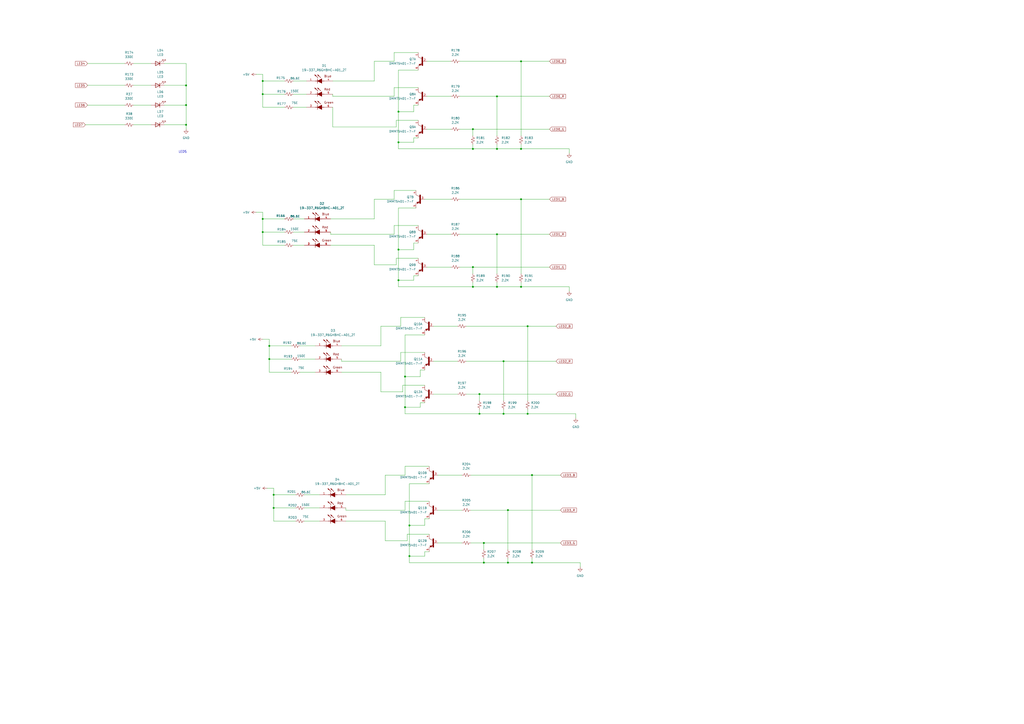
<source format=kicad_sch>
(kicad_sch (version 20250114) (generator "eeschema") (generator_version "9.0")
  (paper "A2")
  (lib_symbols
    (symbol "19-337_R6GHBHC-A01_2T:19-337_R6GHBHC-A01_2T" (pin_names (offset 1.016))
      (property "Reference" "D" (at -3.8143 12.7144 0))
      (property "Value" "19-337_R6GHBHC-A01_2T" (at -3.8128 -11.4383 0))
      (symbol "19-337_R6GHBHC-A01_2T_0_0"
        (text "Red" (at 2.541 2.0328 0) (effects (font (size 1.2705 1.2705)) (justify left bottom)))
        (text "Blue" (at 2.5442 9.6681 0) (effects (font (size 1.2721 1.2721)) (justify left bottom)))
        (text "Green" (at 2.5451 -5.5991 0) (effects (font (size 1.2725 1.2725)) (justify left bottom)))
        (pin passive line (at -7.62 7.62 0) (length 5.08) (name "~") (number "1"))
        (pin passive line (at -7.62 0 0) (length 5.08) (name "~") (number "2"))
        (pin passive line (at -7.62 -7.62 0) (length 5.08) (name "~") (number "3"))
        (pin passive line (at 7.62 7.62 180) (length 5.08) (name "~") (number "4"))
        (pin passive line (at 7.62 0 180) (length 5.08) (name "~") (number "5"))
        (pin passive line (at 7.62 -7.62 180) (length 5.08) (name "~") (number "6"))
      )
    )
    (symbol "DMMT5401-7-F:DMMT5401-7-F" (pin_names (offset 1.016))
      (property "Reference" "Q" (at -10.1838 5.0979 0))
      (property "Value" "DMMT5401-7-F" (at -10.1947 -7.6027 0))
      (symbol "DMMT5401-7-F_1_0"
        (pin passive line (at -2.54 0 0) (length 2.54) (name "~") (number "2"))
        (pin passive line (at 2.54 5.08 270) (length 2.54) (name "~") (number "6"))
        (pin passive line (at 2.54 -5.08 90) (length 2.54) (name "~") (number "1"))
      )
      (symbol "DMMT5401-7-F_2_0"
        (pin passive line (at -2.54 0 0) (length 2.54) (name "~") (number "3"))
        (pin passive line (at 2.54 5.08 270) (length 2.54) (name "~") (number "5"))
        (pin passive line (at 2.54 -5.08 90) (length 2.54) (name "~") (number "4"))
      )
    )
    (symbol "Device:LED" (pin_numbers (hide yes)) (pin_names (offset 1.016) (hide yes))
      (property "Reference" "D" (at 0 2.54 0))
      (property "Value" "LED" (at 0 -2.54 0))
      (symbol "LED_1_1"
        (pin passive line (at -3.81 0 0) (length 2.54) (name "K") (number "1"))
        (pin passive line (at 3.81 0 180) (length 2.54) (name "A") (number "2"))
      )
    )
    (symbol "Device:R_Small_US" (pin_numbers (hide yes)) (pin_names (offset 0.254) (hide yes))
      (property "Reference" "R" (at 0.762 0.508 0))
      (property "Value" "R_Small_US" (at 0.762 -1.016 0))
      (symbol "R_Small_US_1_1"
        (pin passive line (at 0 2.54 270) (length 1.016) (name "~") (number "1"))
        (pin passive line (at 0 -2.54 90) (length 1.016) (name "~") (number "2"))
      )
    )
    (symbol "GND_1" (power) (pin_numbers (hide yes)) (pin_names (offset 0) (hide yes))
      (property "Value" "GND" (at 0 -3.81 0))
      (symbol "GND_1_1_1"
        (pin power_in line (at 0 0 270) (length 0) (name "~") (number "1"))
      )
    )
    (symbol "GND_2" (power) (pin_numbers (hide yes)) (pin_names (offset 0) (hide yes))
      (property "Value" "GND" (at 0 -3.81 0))
      (symbol "GND_2_1_1"
        (pin power_in line (at 0 0 270) (length 0) (name "~") (number "1"))
      )
    )
    (symbol "GND_3" (power) (pin_numbers (hide yes)) (pin_names (offset 0) (hide yes))
      (property "Value" "GND" (at 0 -3.81 0))
      (symbol "GND_3_1_1"
        (pin power_in line (at 0 0 270) (length 0) (name "~") (number "1"))
      )
    )
    (symbol "GND_4" (power) (pin_numbers (hide yes)) (pin_names (offset 0) (hide yes))
      (property "Value" "GND" (at 0 -3.81 0))
      (symbol "GND_4_1_1"
        (pin power_in line (at 0 0 270) (length 0) (name "~") (number "1"))
      )
    )
    (symbol "GND_5" (power) (pin_numbers (hide yes)) (pin_names (offset 0) (hide yes))
      (property "Value" "GND" (at 0 -3.81 0))
      (symbol "GND_5_1_1"
        (pin power_in line (at 0 0 270) (length 0) (name "~") (number "1"))
      )
    )
    (symbol "power:+5V" (power) (pin_numbers (hide yes)) (pin_names (offset 0) (hide yes))
      (property "Value" "+5V" (at 0 3.556 0))
      (symbol "+5V_1_1"
        (pin power_in line (at 0 0 90) (length 0) (name "~") (number "1"))
      )
    )
  )
  (text "LEDS\n" (at 103.505 88.9 0) (effects (font (size 1.27 1.27)) (justify left bottom)))
  (junction (at 156.21 200.66))
  (junction (at 152.4 46.99))
  (junction (at 302.26 166.37))
  (junction (at 280.67 326.39))
  (junction (at 237.49 304.8))
  (junction (at 278.13 228.6))
  (junction (at 308.61 326.39))
  (junction (at 274.32 86.36))
  (junction (at 237.49 322.58))
  (junction (at 231.14 82.55))
  (junction (at 288.29 55.88))
  (junction (at 308.61 275.59))
  (junction (at 294.64 326.39))
  (junction (at 234.95 218.44))
  (junction (at 292.1 209.55))
  (junction (at 158.75 287.02))
  (junction (at 152.4 54.61))
  (junction (at 107.95 49.53))
  (junction (at 152.4 134.62))
  (junction (at 302.26 115.57))
  (junction (at 278.13 240.03))
  (junction (at 231.14 144.78))
  (junction (at 302.26 86.36))
  (junction (at 288.29 135.89))
  (junction (at 107.95 72.39))
  (junction (at 274.32 154.94))
  (junction (at 156.21 208.28))
  (junction (at 302.26 35.56))
  (junction (at 288.29 86.36))
  (junction (at 306.07 189.23))
  (junction (at 152.4 127))
  (junction (at 107.95 60.96))
  (junction (at 288.29 166.37))
  (junction (at 234.95 236.22))
  (junction (at 280.67 314.96))
  (junction (at 274.32 74.93))
  (junction (at 292.1 240.03))
  (junction (at 158.75 294.64))
  (junction (at 306.07 240.03))
  (junction (at 231.14 64.77))
  (junction (at 274.32 166.37))
  (junction (at 231.14 162.56))
  (junction (at 294.64 295.91))
  (wire (pts (xy 234.95 218.44) (xy 234.95 236.22)))
  (wire (pts (xy 308.61 275.59) (xy 325.12 275.59)))
  (wire (pts (xy 274.32 154.94) (xy 318.77 154.94)))
  (wire (pts (xy 302.26 163.83) (xy 302.26 166.37)))
  (wire (pts (xy 237.49 322.58) (xy 237.49 326.39)))
  (wire (pts (xy 148.59 123.19) (xy 152.4 123.19)))
  (wire (pts (xy 158.75 294.64) (xy 158.75 302.26)))
  (wire (pts (xy 229.87 153.67) (xy 229.87 149.86)))
  (wire (pts (xy 107.95 49.53) (xy 107.95 60.96)))
  (wire (pts (xy 280.67 326.39) (xy 294.64 326.39)))
  (wire (pts (xy 274.32 74.93) (xy 274.32 78.74)))
  (wire (pts (xy 266.7 55.88) (xy 288.29 55.88)))
  (wire (pts (xy 274.32 166.37) (xy 288.29 166.37)))
  (wire (pts (xy 176.53 287.02) (xy 185.42 287.02)))
  (wire (pts (xy 240.03 162.56) (xy 231.14 162.56)))
  (wire (pts (xy 171.45 302.26) (xy 158.75 302.26)))
  (wire (pts (xy 302.26 86.36) (xy 330.2 86.36)))
  (wire (pts (xy 254 295.91) (xy 267.97 295.91)))
  (wire (pts (xy 336.55 326.39) (xy 336.55 328.93)))
  (wire (pts (xy 288.29 78.74) (xy 288.29 55.88)))
  (wire (pts (xy 270.51 189.23) (xy 306.07 189.23)))
  (wire (pts (xy 240.03 140.97) (xy 242.57 140.97)))
  (wire (pts (xy 220.98 200.66) (xy 220.98 189.23)))
  (wire (pts (xy 173.99 208.28) (xy 182.88 208.28)))
  (wire (pts (xy 220.98 227.33) (xy 233.68 227.33)))
  (wire (pts (xy 217.17 142.24) (xy 217.17 153.67)))
  (wire (pts (xy 234.95 290.83) (xy 248.92 290.83)))
  (wire (pts (xy 191.77 142.24) (xy 217.17 142.24)))
  (wire (pts (xy 193.04 73.66) (xy 229.87 73.66)))
  (wire (pts (xy 152.4 134.62) (xy 152.4 142.24)))
  (wire (pts (xy 280.67 323.85) (xy 280.67 326.39)))
  (wire (pts (xy 217.17 35.56) (xy 228.6 35.56)))
  (wire (pts (xy 274.32 83.82) (xy 274.32 86.36)))
  (wire (pts (xy 158.75 287.02) (xy 158.75 294.64)))
  (wire (pts (xy 246.38 320.04) (xy 248.92 320.04)))
  (wire (pts (xy 294.64 323.85) (xy 294.64 326.39)))
  (wire (pts (xy 308.61 326.39) (xy 336.55 326.39)))
  (wire (pts (xy 302.26 158.75) (xy 302.26 115.57)))
  (wire (pts (xy 217.17 46.99) (xy 217.17 35.56)))
  (wire (pts (xy 308.61 318.77) (xy 308.61 275.59)))
  (wire (pts (xy 243.84 214.63) (xy 246.38 214.63)))
  (wire (pts (xy 234.95 290.83) (xy 234.95 295.91)))
  (wire (pts (xy 246.38 115.57) (xy 261.62 115.57)))
  (wire (pts (xy 251.46 189.23) (xy 265.43 189.23)))
  (wire (pts (xy 50.8 36.83) (xy 72.39 36.83)))
  (wire (pts (xy 231.14 120.65) (xy 241.3 120.65)))
  (wire (pts (xy 288.29 135.89) (xy 318.77 135.89)))
  (wire (pts (xy 152.4 46.99) (xy 152.4 54.61)))
  (wire (pts (xy 229.87 73.66) (xy 229.87 69.85)))
  (wire (pts (xy 173.99 200.66) (xy 182.88 200.66)))
  (wire (pts (xy 288.29 86.36) (xy 302.26 86.36)))
  (wire (pts (xy 270.51 228.6) (xy 278.13 228.6)))
  (wire (pts (xy 152.4 196.85) (xy 156.21 196.85)))
  (wire (pts (xy 223.52 287.02) (xy 223.52 275.59)))
  (wire (pts (xy 266.7 135.89) (xy 288.29 135.89)))
  (wire (pts (xy 240.03 144.78) (xy 231.14 144.78)))
  (wire (pts (xy 246.38 300.99) (xy 246.38 304.8)))
  (wire (pts (xy 95.25 49.53) (xy 107.95 49.53)))
  (wire (pts (xy 231.14 120.65) (xy 231.14 144.78)))
  (wire (pts (xy 107.95 36.83) (xy 107.95 49.53)))
  (wire (pts (xy 294.64 318.77) (xy 294.64 295.91)))
  (wire (pts (xy 288.29 163.83) (xy 288.29 166.37)))
  (wire (pts (xy 292.1 240.03) (xy 306.07 240.03)))
  (wire (pts (xy 247.65 154.94) (xy 261.62 154.94)))
  (wire (pts (xy 170.18 62.23) (xy 177.8 62.23)))
  (wire (pts (xy 237.49 326.39) (xy 280.67 326.39)))
  (wire (pts (xy 232.41 204.47) (xy 246.38 204.47)))
  (wire (pts (xy 176.53 302.26) (xy 185.42 302.26)))
  (wire (pts (xy 292.1 209.55) (xy 322.58 209.55)))
  (wire (pts (xy 246.38 304.8) (xy 237.49 304.8)))
  (wire (pts (xy 240.03 82.55) (xy 231.14 82.55)))
  (wire (pts (xy 228.6 50.8) (xy 242.57 50.8)))
  (wire (pts (xy 152.4 54.61) (xy 165.1 54.61)))
  (wire (pts (xy 288.29 55.88) (xy 318.77 55.88)))
  (wire (pts (xy 220.98 189.23) (xy 232.41 189.23)))
  (wire (pts (xy 288.29 83.82) (xy 288.29 86.36)))
  (wire (pts (xy 236.22 313.69) (xy 236.22 309.88)))
  (wire (pts (xy 152.4 142.24) (xy 165.1 142.24)))
  (wire (pts (xy 243.84 236.22) (xy 234.95 236.22)))
  (wire (pts (xy 240.03 60.96) (xy 240.03 64.77)))
  (wire (pts (xy 200.66 294.64) (xy 200.66 295.91)))
  (wire (pts (xy 243.84 214.63) (xy 243.84 218.44)))
  (wire (pts (xy 231.14 144.78) (xy 231.14 162.56)))
  (wire (pts (xy 234.95 275.59) (xy 234.95 270.51)))
  (wire (pts (xy 77.47 72.39) (xy 87.63 72.39)))
  (wire (pts (xy 236.22 309.88) (xy 248.92 309.88)))
  (wire (pts (xy 292.1 232.41) (xy 292.1 209.55)))
  (wire (pts (xy 223.52 302.26) (xy 223.52 313.69)))
  (wire (pts (xy 234.95 194.31) (xy 234.95 218.44)))
  (wire (pts (xy 77.47 49.53) (xy 87.63 49.53)))
  (wire (pts (xy 156.21 208.28) (xy 156.21 215.9)))
  (wire (pts (xy 220.98 215.9) (xy 220.98 227.33)))
  (wire (pts (xy 251.46 209.55) (xy 265.43 209.55)))
  (wire (pts (xy 302.26 35.56) (xy 318.77 35.56)))
  (wire (pts (xy 254 314.96) (xy 267.97 314.96)))
  (wire (pts (xy 243.84 233.68) (xy 246.38 233.68)))
  (wire (pts (xy 240.03 64.77) (xy 231.14 64.77)))
  (wire (pts (xy 266.7 74.93) (xy 274.32 74.93)))
  (wire (pts (xy 158.75 287.02) (xy 171.45 287.02)))
  (wire (pts (xy 152.4 54.61) (xy 152.4 62.23)))
  (wire (pts (xy 330.2 166.37) (xy 330.2 168.91)))
  (wire (pts (xy 237.49 304.8) (xy 237.49 322.58)))
  (wire (pts (xy 50.8 60.96) (xy 72.39 60.96)))
  (wire (pts (xy 270.51 209.55) (xy 292.1 209.55)))
  (wire (pts (xy 217.17 127) (xy 217.17 115.57)))
  (wire (pts (xy 302.26 83.82) (xy 302.26 86.36)))
  (wire (pts (xy 156.21 200.66) (xy 156.21 208.28)))
  (wire (pts (xy 228.6 130.81) (xy 242.57 130.81)))
  (wire (pts (xy 223.52 275.59) (xy 234.95 275.59)))
  (wire (pts (xy 198.12 215.9) (xy 220.98 215.9)))
  (wire (pts (xy 152.4 46.99) (xy 165.1 46.99)))
  (wire (pts (xy 95.25 36.83) (xy 107.95 36.83)))
  (wire (pts (xy 193.04 62.23) (xy 193.04 73.66)))
  (wire (pts (xy 237.49 280.67) (xy 248.92 280.67)))
  (wire (pts (xy 217.17 115.57) (xy 228.6 115.57)))
  (wire (pts (xy 107.95 74.93) (xy 107.95 72.39)))
  (wire (pts (xy 152.4 127) (xy 152.4 134.62)))
  (wire (pts (xy 266.7 154.94) (xy 274.32 154.94)))
  (wire (pts (xy 170.18 54.61) (xy 177.8 54.61)))
  (wire (pts (xy 198.12 200.66) (xy 220.98 200.66)))
  (wire (pts (xy 168.91 208.28) (xy 156.21 208.28)))
  (wire (pts (xy 50.8 49.53) (xy 72.39 49.53)))
  (wire (pts (xy 292.1 237.49) (xy 292.1 240.03)))
  (wire (pts (xy 170.18 127) (xy 176.53 127)))
  (wire (pts (xy 232.41 204.47) (xy 232.41 209.55)))
  (wire (pts (xy 231.14 40.64) (xy 231.14 64.77)))
  (wire (pts (xy 254 275.59) (xy 267.97 275.59)))
  (wire (pts (xy 280.67 314.96) (xy 280.67 318.77)))
  (wire (pts (xy 288.29 158.75) (xy 288.29 135.89)))
  (wire (pts (xy 240.03 60.96) (xy 242.57 60.96)))
  (wire (pts (xy 306.07 240.03) (xy 334.01 240.03)))
  (wire (pts (xy 274.32 154.94) (xy 274.32 158.75)))
  (wire (pts (xy 228.6 135.89) (xy 228.6 130.81)))
  (wire (pts (xy 273.05 275.59) (xy 308.61 275.59)))
  (wire (pts (xy 231.14 64.77) (xy 231.14 82.55)))
  (wire (pts (xy 229.87 69.85) (xy 242.57 69.85)))
  (wire (pts (xy 170.18 46.99) (xy 177.8 46.99)))
  (wire (pts (xy 278.13 237.49) (xy 278.13 240.03)))
  (wire (pts (xy 302.26 115.57) (xy 318.77 115.57)))
  (wire (pts (xy 170.18 142.24) (xy 176.53 142.24)))
  (wire (pts (xy 247.65 55.88) (xy 261.62 55.88)))
  (wire (pts (xy 170.18 134.62) (xy 176.53 134.62)))
  (wire (pts (xy 95.25 72.39) (xy 107.95 72.39)))
  (wire (pts (xy 198.12 209.55) (xy 232.41 209.55)))
  (wire (pts (xy 247.65 35.56) (xy 261.62 35.56)))
  (wire (pts (xy 294.64 326.39) (xy 308.61 326.39)))
  (wire (pts (xy 228.6 35.56) (xy 228.6 30.48)))
  (wire (pts (xy 156.21 196.85) (xy 156.21 200.66)))
  (wire (pts (xy 200.66 287.02) (xy 223.52 287.02)))
  (wire (pts (xy 232.41 189.23) (xy 232.41 184.15)))
  (wire (pts (xy 274.32 86.36) (xy 288.29 86.36)))
  (wire (pts (xy 193.04 54.61) (xy 193.04 55.88)))
  (wire (pts (xy 233.68 223.52) (xy 246.38 223.52)))
  (wire (pts (xy 334.01 240.03) (xy 334.01 242.57)))
  (wire (pts (xy 278.13 240.03) (xy 292.1 240.03)))
  (wire (pts (xy 176.53 294.64) (xy 185.42 294.64)))
  (wire (pts (xy 231.14 86.36) (xy 274.32 86.36)))
  (wire (pts (xy 156.21 200.66) (xy 168.91 200.66)))
  (wire (pts (xy 233.68 227.33) (xy 233.68 223.52)))
  (wire (pts (xy 294.64 295.91) (xy 325.12 295.91)))
  (wire (pts (xy 191.77 135.89) (xy 228.6 135.89)))
  (wire (pts (xy 228.6 110.49) (xy 241.3 110.49)))
  (wire (pts (xy 231.14 82.55) (xy 231.14 86.36)))
  (wire (pts (xy 234.95 194.31) (xy 246.38 194.31)))
  (wire (pts (xy 49.53 72.39) (xy 72.39 72.39)))
  (wire (pts (xy 200.66 295.91) (xy 234.95 295.91)))
  (wire (pts (xy 198.12 208.28) (xy 198.12 209.55)))
  (wire (pts (xy 191.77 127) (xy 217.17 127)))
  (wire (pts (xy 273.05 295.91) (xy 294.64 295.91)))
  (wire (pts (xy 148.59 43.18) (xy 152.4 43.18)))
  (wire (pts (xy 223.52 313.69) (xy 236.22 313.69)))
  (wire (pts (xy 193.04 46.99) (xy 217.17 46.99)))
  (wire (pts (xy 231.14 162.56) (xy 231.14 166.37)))
  (wire (pts (xy 237.49 280.67) (xy 237.49 304.8)))
  (wire (pts (xy 154.94 283.21) (xy 158.75 283.21)))
  (wire (pts (xy 232.41 184.15) (xy 246.38 184.15)))
  (wire (pts (xy 228.6 115.57) (xy 228.6 110.49)))
  (wire (pts (xy 152.4 123.19) (xy 152.4 127)))
  (wire (pts (xy 240.03 80.01) (xy 242.57 80.01)))
  (wire (pts (xy 77.47 36.83) (xy 87.63 36.83)))
  (wire (pts (xy 243.84 218.44) (xy 234.95 218.44)))
  (wire (pts (xy 173.99 215.9) (xy 182.88 215.9)))
  (wire (pts (xy 158.75 283.21) (xy 158.75 287.02)))
  (wire (pts (xy 152.4 127) (xy 165.1 127)))
  (wire (pts (xy 246.38 322.58) (xy 237.49 322.58)))
  (wire (pts (xy 240.03 160.02) (xy 242.57 160.02)))
  (wire (pts (xy 251.46 228.6) (xy 265.43 228.6)))
  (wire (pts (xy 243.84 233.68) (xy 243.84 236.22)))
  (wire (pts (xy 200.66 302.26) (xy 223.52 302.26)))
  (wire (pts (xy 246.38 320.04) (xy 246.38 322.58)))
  (wire (pts (xy 229.87 149.86) (xy 242.57 149.86)))
  (wire (pts (xy 231.14 40.64) (xy 242.57 40.64)))
  (wire (pts (xy 168.91 215.9) (xy 156.21 215.9)))
  (wire (pts (xy 191.77 134.62) (xy 191.77 135.89)))
  (wire (pts (xy 247.65 74.93) (xy 261.62 74.93)))
  (wire (pts (xy 330.2 86.36) (xy 330.2 88.9)))
  (wire (pts (xy 234.95 240.03) (xy 278.13 240.03)))
  (wire (pts (xy 306.07 237.49) (xy 306.07 240.03)))
  (wire (pts (xy 234.95 270.51) (xy 248.92 270.51)))
  (wire (pts (xy 95.25 60.96) (xy 107.95 60.96)))
  (wire (pts (xy 306.07 232.41) (xy 306.07 189.23)))
  (wire (pts (xy 231.14 166.37) (xy 274.32 166.37)))
  (wire (pts (xy 107.95 60.96) (xy 107.95 72.39)))
  (wire (pts (xy 288.29 166.37) (xy 302.26 166.37)))
  (wire (pts (xy 266.7 35.56) (xy 302.26 35.56)))
  (wire (pts (xy 240.03 160.02) (xy 240.03 162.56)))
  (wire (pts (xy 152.4 134.62) (xy 165.1 134.62)))
  (wire (pts (xy 274.32 74.93) (xy 318.77 74.93)))
  (wire (pts (xy 266.7 115.57) (xy 302.26 115.57)))
  (wire (pts (xy 152.4 43.18) (xy 152.4 46.99)))
  (wire (pts (xy 308.61 323.85) (xy 308.61 326.39)))
  (wire (pts (xy 217.17 153.67) (xy 229.87 153.67)))
  (wire (pts (xy 278.13 228.6) (xy 322.58 228.6)))
  (wire (pts (xy 247.65 135.89) (xy 261.62 135.89)))
  (wire (pts (xy 280.67 314.96) (xy 325.12 314.96)))
  (wire (pts (xy 158.75 294.64) (xy 171.45 294.64)))
  (wire (pts (xy 165.1 62.23) (xy 152.4 62.23)))
  (wire (pts (xy 246.38 300.99) (xy 248.92 300.99)))
  (wire (pts (xy 302.26 166.37) (xy 330.2 166.37)))
  (wire (pts (xy 193.04 55.88) (xy 228.6 55.88)))
  (wire (pts (xy 278.13 228.6) (xy 278.13 232.41)))
  (wire (pts (xy 240.03 80.01) (xy 240.03 82.55)))
  (wire (pts (xy 234.95 236.22) (xy 234.95 240.03)))
  (wire (pts (xy 228.6 30.48) (xy 242.57 30.48)))
  (wire (pts (xy 306.07 189.23) (xy 322.58 189.23)))
  (wire (pts (xy 77.47 60.96) (xy 87.63 60.96)))
  (wire (pts (xy 274.32 163.83) (xy 274.32 166.37)))
  (wire (pts (xy 302.26 78.74) (xy 302.26 35.56)))
  (wire (pts (xy 240.03 140.97) (xy 240.03 144.78)))
  (wire (pts (xy 273.05 314.96) (xy 280.67 314.96)))
  (wire (pts (xy 228.6 55.88) (xy 228.6 50.8)))
  (global_label "LED3_R" (shape input) (at 325.12 295.91 0) (property "Intersheetrefs" "${INTERSHEET_REFS}" (effects (hide yes))))
  (global_label "LED1_B" (shape input) (at 318.77 115.57 0) (property "Intersheetrefs" "${INTERSHEET_REFS}" (effects (hide yes))))
  (global_label "LED2_B" (shape input) (at 322.58 189.23 0) (property "Intersheetrefs" "${INTERSHEET_REFS}" (effects (hide yes))))
  (global_label "LED6" (shape input) (at 50.8 60.96 180) (property "Intersheetrefs" "${INTERSHEET_REFS}" (effects (hide yes))))
  (global_label "LED1_G" (shape input) (at 318.77 154.94 0) (property "Intersheetrefs" "${INTERSHEET_REFS}" (effects (hide yes))))
  (global_label "LED5" (shape input) (at 50.8 49.53 180) (property "Intersheetrefs" "${INTERSHEET_REFS}" (effects (hide yes))))
  (global_label "LED0_B" (shape input) (at 318.77 35.56 0) (property "Intersheetrefs" "${INTERSHEET_REFS}" (effects (hide yes))))
  (global_label "LED3_B" (shape input) (at 325.12 275.59 0) (property "Intersheetrefs" "${INTERSHEET_REFS}" (effects (hide yes))))
  (global_label "LED7" (shape input) (at 49.53 72.39 180) (property "Intersheetrefs" "${INTERSHEET_REFS}" (effects (hide yes))))
  (global_label "LED2_R" (shape input) (at 322.58 209.55 0) (property "Intersheetrefs" "${INTERSHEET_REFS}" (effects (hide yes))))
  (global_label "LED0_G" (shape input) (at 318.77 74.93 0) (property "Intersheetrefs" "${INTERSHEET_REFS}" (effects (hide yes))))
  (global_label "LED3_G" (shape input) (at 325.12 314.96 0) (property "Intersheetrefs" "${INTERSHEET_REFS}" (effects (hide yes))))
  (global_label "LED1_R" (shape input) (at 318.77 135.89 0) (property "Intersheetrefs" "${INTERSHEET_REFS}" (effects (hide yes))))
  (global_label "LED4" (shape input) (at 50.8 36.83 180) (property "Intersheetrefs" "${INTERSHEET_REFS}" (effects (hide yes))))
  (global_label "LED0_R" (shape input) (at 318.77 55.88 0) (property "Intersheetrefs" "${INTERSHEET_REFS}" (effects (hide yes))))
  (global_label "LED2_G" (shape input) (at 322.58 228.6 0) (property "Intersheetrefs" "${INTERSHEET_REFS}" (effects (hide yes))))
  (symbol (lib_id "DMMT5401-7-F:DMMT5401-7-F") (at 251.46 314.96 180) (unit 2)
    (property "Reference" "Q12" (at 247.65 313.7169 0) (effects (justify left)))
    (property "Value" "DMMT5401-7-F" (at 247.65 316.2569 0) (effects (justify left)))
    (property "Footprint" "DMMT5401-7-F:SOT95P285X140-6N" (effects (hide yes)))
    (property "MF" "Diodes Inc." (effects (hide yes)))
    (property "Description_1" "Transistor Dual PNP 150V 0.2A SOT26-6 | Diodes Inc DMMT5401-7-F" (effects (hide yes)))
    (property "Package" "SOT-23 Diodes Inc." (effects (hide yes)))
    (property "Price" "None" (effects (hide yes)))
    (property "Check_prices" "https://www.snapeda.com/parts/DMMT5401-7-F/Diodes+Inc./view-part/?ref=eda" (effects (hide yes)))
    (property "STANDARD" "IPC7351B" (effects (hide yes)))
    (property "PARTREV" "8" (effects (hide yes)))
    (property "SnapEDA_Link" "https://www.snapeda.com/parts/DMMT5401-7-F/Diodes+Inc./view-part/?ref=snap" (effects (hide yes)))
    (property "MP" "DMMT5401-7-F" (effects (hide yes)))
    (property "Availability" "In Stock" (effects (hide yes)))
    (property "MANUFACTURER" "Diodes Inc." (effects (hide yes)))
  )
  (symbol (lib_id "DMMT5401-7-F:DMMT5401-7-F") (at 251.46 275.59 180) (unit 2)
    (property "Reference" "Q10" (at 247.65 274.3469 0) (effects (justify left)))
    (property "Value" "DMMT5401-7-F" (at 247.65 276.8869 0) (effects (justify left)))
    (property "Footprint" "DMMT5401-7-F:SOT95P285X140-6N" (effects (hide yes)))
    (property "MF" "Diodes Inc." (effects (hide yes)))
    (property "Description_1" "Transistor Dual PNP 150V 0.2A SOT26-6 | Diodes Inc DMMT5401-7-F" (effects (hide yes)))
    (property "Package" "SOT-23 Diodes Inc." (effects (hide yes)))
    (property "Price" "None" (effects (hide yes)))
    (property "Check_prices" "https://www.snapeda.com/parts/DMMT5401-7-F/Diodes+Inc./view-part/?ref=eda" (effects (hide yes)))
    (property "STANDARD" "IPC7351B" (effects (hide yes)))
    (property "PARTREV" "8" (effects (hide yes)))
    (property "SnapEDA_Link" "https://www.snapeda.com/parts/DMMT5401-7-F/Diodes+Inc./view-part/?ref=snap" (effects (hide yes)))
    (property "MP" "DMMT5401-7-F" (effects (hide yes)))
    (property "Availability" "In Stock" (effects (hide yes)))
    (property "MANUFACTURER" "Diodes Inc." (effects (hide yes)))
  )
  (symbol (lib_id "Device:R_Small_US") (at 171.45 200.66 90) (unit 1)
    (property "Reference" "R192" (at 166.624 198.882 90))
    (property "Value" "86.6E" (at 175.006 199.136 90))
    (property "Footprint" "Resistor_SMD:R_0402_1005Metric" (effects (hide yes)))
  )
  (symbol (lib_id "Device:R_Small_US") (at 74.93 36.83 90) (unit 1)
    (property "Reference" "R174" (at 74.93 30.48 90))
    (property "Value" "330E" (at 74.93 33.02 90))
    (property "Footprint" "Resistor_SMD:R_0402_1005Metric" (effects (hide yes)))
  )
  (symbol (lib_id "DMMT5401-7-F:DMMT5401-7-F") (at 245.11 135.89 180) (unit 2)
    (property "Reference" "Q8" (at 241.3 134.6469 0) (effects (justify left)))
    (property "Value" "DMMT5401-7-F" (at 241.3 137.1869 0) (effects (justify left)))
    (property "Footprint" "DMMT5401-7-F:SOT95P285X140-6N" (effects (hide yes)))
    (property "MF" "Diodes Inc." (effects (hide yes)))
    (property "Description_1" "Transistor Dual PNP 150V 0.2A SOT26-6 | Diodes Inc DMMT5401-7-F" (effects (hide yes)))
    (property "Package" "SOT-23 Diodes Inc." (effects (hide yes)))
    (property "Price" "None" (effects (hide yes)))
    (property "Check_prices" "https://www.snapeda.com/parts/DMMT5401-7-F/Diodes+Inc./view-part/?ref=eda" (effects (hide yes)))
    (property "STANDARD" "IPC7351B" (effects (hide yes)))
    (property "PARTREV" "8" (effects (hide yes)))
    (property "SnapEDA_Link" "https://www.snapeda.com/parts/DMMT5401-7-F/Diodes+Inc./view-part/?ref=snap" (effects (hide yes)))
    (property "MP" "DMMT5401-7-F" (effects (hide yes)))
    (property "Availability" "In Stock" (effects (hide yes)))
    (property "MANUFACTURER" "Diodes Inc." (effects (hide yes)))
  )
  (symbol (lib_id "19-337_R6GHBHC-A01_2T:19-337_R6GHBHC-A01_2T") (at 190.5 208.28 0) (unit 1)
    (property "Reference" "D3" (at 193.1199 191.77 0))
    (property "Value" "19-337_R6GHBHC-A01_2T" (at 193.1199 194.31 0))
    (property "Footprint" "19-337_R6GHBHC-A01_2T:LED_19-337_R6GHBHC-A01_2T" (effects (hide yes)))
    (property "MF" "Everlight" (effects (hide yes)))
    (property "Description_1" "Red, Green, Blue (RGB) 624nm Red, 525nm Green, 470nm Blue LED Indication - Discrete 2.05V Red, 3.25V Green, 3.25V Blue 6-SMD, No Lead" (effects (hide yes)))
    (property "Package" "SMD-2 Everlight" (effects (hide yes)))
    (property "Price" "None" (effects (hide yes)))
    (property "Check_prices" "https://www.snapeda.com/parts/19-337/R6GHBHC-A01/2T/Everlight/view-part/?ref=eda" (effects (hide yes)))
    (property "SnapEDA_Link" "https://www.snapeda.com/parts/19-337/R6GHBHC-A01/2T/Everlight/view-part/?ref=snap" (effects (hide yes)))
    (property "MP" "19-337/R6GHBHC-A01/2T" (effects (hide yes)))
    (property "Availability" "In Stock" (effects (hide yes)))
    (property "MANUFACTURER" "Everlight" (effects (hide yes)))
  )
  (symbol (lib_id "Device:R_Small_US") (at 267.97 209.55 90) (unit 1)
    (property "Reference" "R196" (at 267.97 203.835 90))
    (property "Value" "2.2K" (at 267.97 206.375 90))
    (property "Footprint" "Resistor_SMD:R_0402_1005Metric" (effects (hide yes)))
  )
  (symbol (lib_id "power:+5V") (at 148.59 123.19 90) (unit 1)
    (property "Reference" "#PWR038" (effects (hide yes)))
    (property "Value" "+5V" (at 144.78 123.1899 90) (effects (justify left)))
    (property "Description" "Power symbol creates a global label with name \"+5V\"" (effects (hide yes)))
  )
  (symbol (lib_id "Device:LED") (at 91.44 60.96 180) (unit 1)
    (property "Reference" "LD6" (at 93.0275 53.34 0))
    (property "Value" "LED" (at 93.0275 55.88 0))
    (property "Footprint" "LED_SMD:LED_01005_0402Metric" (effects (hide yes)))
    (property "Description" "Light emitting diode" (effects (hide yes)))
    (property "Sim.Pins" "1=K 2=A" (effects (hide yes)))
  )
  (symbol (lib_id "Device:R_Small_US") (at 171.45 208.28 90) (unit 1)
    (property "Reference" "R193" (at 167.132 206.756 90))
    (property "Value" "150E" (at 174.752 206.502 90))
    (property "Footprint" "Resistor_SMD:R_0402_1005Metric" (effects (hide yes)))
  )
  (symbol (lib_id "Device:R_Small_US") (at 167.64 54.61 90) (unit 1)
    (property "Reference" "R176" (at 163.322 53.086 90))
    (property "Value" "150E" (at 170.942 52.832 90))
    (property "Footprint" "Resistor_SMD:R_0402_1005Metric" (effects (hide yes)))
  )
  (symbol (lib_name "GND_2") (lib_id "power:GND") (at 334.01 242.57 0) (unit 1)
    (property "Reference" "#PWR039" (effects (hide yes)))
    (property "Value" "GND" (at 334.01 247.65 0))
    (property "Description" "Power symbol creates a global label with name \"GND\" , ground" (effects (hide yes)))
  )
  (symbol (lib_id "Device:R_Small_US") (at 302.26 161.29 180) (unit 1)
    (property "Reference" "R191" (at 304.165 160.0199 0) (effects (justify right)))
    (property "Value" "2.2K" (at 304.165 162.5599 0) (effects (justify right)))
    (property "Footprint" "Resistor_SMD:R_0402_1005Metric" (effects (hide yes)))
  )
  (symbol (lib_id "Device:R_Small_US") (at 173.99 302.26 90) (unit 1)
    (property "Reference" "R203" (at 169.672 300.228 90))
    (property "Value" "75E" (at 177.292 299.72 90))
    (property "Footprint" "Resistor_SMD:R_0402_1005Metric" (effects (hide yes)))
  )
  (symbol (lib_id "Device:R_Small_US") (at 74.93 60.96 90) (unit 1)
    (property "Reference" "R37" (at 74.93 54.61 90))
    (property "Value" "330E" (at 74.93 57.15 90))
    (property "Footprint" "Resistor_SMD:R_0402_1005Metric" (effects (hide yes)))
  )
  (symbol (lib_name "GND_3") (lib_id "power:GND") (at 330.2 168.91 0) (unit 1)
    (property "Reference" "#PWR041" (effects (hide yes)))
    (property "Value" "GND" (at 330.2 173.99 0))
    (property "Description" "Power symbol creates a global label with name \"GND\" , ground" (effects (hide yes)))
  )
  (symbol (lib_id "DMMT5401-7-F:DMMT5401-7-F") (at 248.92 189.23 180) (unit 1)
    (property "Reference" "Q10" (at 245.11 187.9869 0) (effects (justify left)))
    (property "Value" "DMMT5401-7-F" (at 245.11 190.5269 0) (effects (justify left)))
    (property "Footprint" "DMMT5401-7-F:SOT95P285X140-6N" (effects (hide yes)))
    (property "MF" "Diodes Inc." (effects (hide yes)))
    (property "Description_1" "Transistor Dual PNP 150V 0.2A SOT26-6 | Diodes Inc DMMT5401-7-F" (effects (hide yes)))
    (property "Package" "SOT-23 Diodes Inc." (effects (hide yes)))
    (property "Price" "None" (effects (hide yes)))
    (property "Check_prices" "https://www.snapeda.com/parts/DMMT5401-7-F/Diodes+Inc./view-part/?ref=eda" (effects (hide yes)))
    (property "STANDARD" "IPC7351B" (effects (hide yes)))
    (property "PARTREV" "8" (effects (hide yes)))
    (property "SnapEDA_Link" "https://www.snapeda.com/parts/DMMT5401-7-F/Diodes+Inc./view-part/?ref=snap" (effects (hide yes)))
    (property "MP" "DMMT5401-7-F" (effects (hide yes)))
    (property "Availability" "In Stock" (effects (hide yes)))
    (property "MANUFACTURER" "Diodes Inc." (effects (hide yes)))
  )
  (symbol (lib_id "Device:R_Small_US") (at 267.97 228.6 90) (unit 1)
    (property "Reference" "R197" (at 267.97 222.25 90))
    (property "Value" "2.2K" (at 267.97 224.79 90))
    (property "Footprint" "Resistor_SMD:R_0402_1005Metric" (effects (hide yes)))
  )
  (symbol (lib_id "Device:R_Small_US") (at 167.64 134.62 90) (unit 1)
    (property "Reference" "R184" (at 163.322 133.096 90))
    (property "Value" "150E" (at 170.942 132.842 90))
    (property "Footprint" "Resistor_SMD:R_0402_1005Metric" (effects (hide yes)))
  )
  (symbol (lib_id "19-337_R6GHBHC-A01_2T:19-337_R6GHBHC-A01_2T") (at 184.15 134.62 0) (unit 1)
    (property "Reference" "D2" (at 186.7699 118.11 0))
    (property "Value" "19-337_R6GHBHC-A01_2T" (at 186.7699 120.65 0))
    (property "Footprint" "19-337_R6GHBHC-A01_2T:LED_19-337_R6GHBHC-A01_2T" (effects (hide yes)))
    (property "MF" "Everlight" (effects (hide yes)))
    (property "Description_1" "Red, Green, Blue (RGB) 624nm Red, 525nm Green, 470nm Blue LED Indication - Discrete 2.05V Red, 3.25V Green, 3.25V Blue 6-SMD, No Lead" (effects (hide yes)))
    (property "Package" "SMD-2 Everlight" (effects (hide yes)))
    (property "Price" "None" (effects (hide yes)))
    (property "Check_prices" "https://www.snapeda.com/parts/19-337/R6GHBHC-A01/2T/Everlight/view-part/?ref=eda" (effects (hide yes)))
    (property "SnapEDA_Link" "https://www.snapeda.com/parts/19-337/R6GHBHC-A01/2T/Everlight/view-part/?ref=snap" (effects (hide yes)))
    (property "MP" "19-337/R6GHBHC-A01/2T" (effects (hide yes)))
    (property "Availability" "In Stock" (effects (hide yes)))
    (property "MANUFACTURER" "Everlight" (effects (hide yes)))
  )
  (symbol (lib_id "Device:R_Small_US") (at 294.64 321.31 180) (unit 1)
    (property "Reference" "R208" (at 297.18 320.0399 0) (effects (justify right)))
    (property "Value" "2.2K" (at 297.18 322.5799 0) (effects (justify right)))
    (property "Footprint" "Resistor_SMD:R_0402_1005Metric" (effects (hide yes)))
  )
  (symbol (lib_id "Device:R_Small_US") (at 292.1 234.95 180) (unit 1)
    (property "Reference" "R199" (at 294.64 233.6799 0) (effects (justify right)))
    (property "Value" "2.2K" (at 294.64 236.2199 0) (effects (justify right)))
    (property "Footprint" "Resistor_SMD:R_0402_1005Metric" (effects (hide yes)))
  )
  (symbol (lib_id "Device:R_Small_US") (at 274.32 161.29 180) (unit 1)
    (property "Reference" "R189" (at 276.225 160.0199 0) (effects (justify right)))
    (property "Value" "2.2K" (at 276.225 162.5599 0) (effects (justify right)))
    (property "Footprint" "Resistor_SMD:R_0402_1005Metric" (effects (hide yes)))
  )
  (symbol (lib_id "Device:R_Small_US") (at 167.64 62.23 90) (unit 1)
    (property "Reference" "R177" (at 163.322 60.198 90))
    (property "Value" "75E" (at 170.942 59.69 90))
    (property "Footprint" "Resistor_SMD:R_0402_1005Metric" (effects (hide yes)))
  )
  (symbol (lib_id "Device:R_Small_US") (at 270.51 295.91 90) (unit 1)
    (property "Reference" "R205" (at 270.51 290.195 90))
    (property "Value" "2.2K" (at 270.51 292.735 90))
    (property "Footprint" "Resistor_SMD:R_0402_1005Metric" (effects (hide yes)))
  )
  (symbol (lib_name "GND_1") (lib_id "power:GND") (at 107.95 74.93 0) (unit 1)
    (property "Reference" "#PWR0111" (effects (hide yes)))
    (property "Value" "GND" (at 107.95 80.01 0))
    (property "Description" "Power symbol creates a global label with name \"GND\" , ground" (effects (hide yes)))
  )
  (symbol (lib_id "DMMT5401-7-F:DMMT5401-7-F") (at 245.11 154.94 180) (unit 2)
    (property "Reference" "Q9" (at 241.3 153.6969 0) (effects (justify left)))
    (property "Value" "DMMT5401-7-F" (at 241.3 156.2369 0) (effects (justify left)))
    (property "Footprint" "DMMT5401-7-F:SOT95P285X140-6N" (effects (hide yes)))
    (property "MF" "Diodes Inc." (effects (hide yes)))
    (property "Description_1" "Transistor Dual PNP 150V 0.2A SOT26-6 | Diodes Inc DMMT5401-7-F" (effects (hide yes)))
    (property "Package" "SOT-23 Diodes Inc." (effects (hide yes)))
    (property "Price" "None" (effects (hide yes)))
    (property "Check_prices" "https://www.snapeda.com/parts/DMMT5401-7-F/Diodes+Inc./view-part/?ref=eda" (effects (hide yes)))
    (property "STANDARD" "IPC7351B" (effects (hide yes)))
    (property "PARTREV" "8" (effects (hide yes)))
    (property "SnapEDA_Link" "https://www.snapeda.com/parts/DMMT5401-7-F/Diodes+Inc./view-part/?ref=snap" (effects (hide yes)))
    (property "MP" "DMMT5401-7-F" (effects (hide yes)))
    (property "Availability" "In Stock" (effects (hide yes)))
    (property "MANUFACTURER" "Diodes Inc." (effects (hide yes)))
  )
  (symbol (lib_id "Device:R_Small_US") (at 288.29 81.28 180) (unit 1)
    (property "Reference" "R182" (at 290.83 80.0099 0) (effects (justify right)))
    (property "Value" "2.2K" (at 290.83 82.5499 0) (effects (justify right)))
    (property "Footprint" "Resistor_SMD:R_0402_1005Metric" (effects (hide yes)))
  )
  (symbol (lib_id "Device:R_Small_US") (at 264.16 154.94 90) (unit 1)
    (property "Reference" "R188" (at 264.16 148.59 90))
    (property "Value" "2.2K" (at 264.16 151.13 90))
    (property "Footprint" "Resistor_SMD:R_0402_1005Metric" (effects (hide yes)))
  )
  (symbol (lib_id "Device:R_Small_US") (at 264.16 74.93 90) (unit 1)
    (property "Reference" "R180" (at 264.16 68.58 90))
    (property "Value" "2.2K" (at 264.16 71.12 90))
    (property "Footprint" "Resistor_SMD:R_0402_1005Metric" (effects (hide yes)))
  )
  (symbol (lib_id "Device:R_Small_US") (at 167.64 46.99 90) (unit 1)
    (property "Reference" "R175" (at 162.814 45.212 90))
    (property "Value" "86.6E" (at 171.196 45.466 90))
    (property "Footprint" "Resistor_SMD:R_0402_1005Metric" (effects (hide yes)))
  )
  (symbol (lib_id "Device:R_Small_US") (at 74.93 49.53 90) (unit 1)
    (property "Reference" "R173" (at 74.93 43.18 90))
    (property "Value" "330E" (at 74.93 45.72 90))
    (property "Footprint" "Resistor_SMD:R_0402_1005Metric" (effects (hide yes)))
  )
  (symbol (lib_id "Device:R_Small_US") (at 171.45 215.9 90) (unit 1)
    (property "Reference" "R194" (at 167.132 213.868 90))
    (property "Value" "75E" (at 174.752 213.36 90))
    (property "Footprint" "Resistor_SMD:R_0402_1005Metric" (effects (hide yes)))
  )
  (symbol (lib_id "DMMT5401-7-F:DMMT5401-7-F") (at 248.92 228.6 180) (unit 1)
    (property "Reference" "Q12" (at 245.11 227.3569 0) (effects (justify left)))
    (property "Value" "DMMT5401-7-F" (at 245.11 229.8969 0) (effects (justify left)))
    (property "Footprint" "DMMT5401-7-F:SOT95P285X140-6N" (effects (hide yes)))
    (property "MF" "Diodes Inc." (effects (hide yes)))
    (property "Description_1" "Transistor Dual PNP 150V 0.2A SOT26-6 | Diodes Inc DMMT5401-7-F" (effects (hide yes)))
    (property "Package" "SOT-23 Diodes Inc." (effects (hide yes)))
    (property "Price" "None" (effects (hide yes)))
    (property "Check_prices" "https://www.snapeda.com/parts/DMMT5401-7-F/Diodes+Inc./view-part/?ref=eda" (effects (hide yes)))
    (property "STANDARD" "IPC7351B" (effects (hide yes)))
    (property "PARTREV" "8" (effects (hide yes)))
    (property "SnapEDA_Link" "https://www.snapeda.com/parts/DMMT5401-7-F/Diodes+Inc./view-part/?ref=snap" (effects (hide yes)))
    (property "MP" "DMMT5401-7-F" (effects (hide yes)))
    (property "Availability" "In Stock" (effects (hide yes)))
    (property "MANUFACTURER" "Diodes Inc." (effects (hide yes)))
  )
  (symbol (lib_id "19-337_R6GHBHC-A01_2T:19-337_R6GHBHC-A01_2T") (at 185.42 54.61 0) (unit 1)
    (property "Reference" "D1" (at 188.0399 38.1 0))
    (property "Value" "19-337_R6GHBHC-A01_2T" (at 188.0399 40.64 0))
    (property "Footprint" "19-337_R6GHBHC-A01_2T:LED_19-337_R6GHBHC-A01_2T" (effects (hide yes)))
    (property "MF" "Everlight" (effects (hide yes)))
    (property "Description_1" "Red, Green, Blue (RGB) 624nm Red, 525nm Green, 470nm Blue LED Indication - Discrete 2.05V Red, 3.25V Green, 3.25V Blue 6-SMD, No Lead" (effects (hide yes)))
    (property "Package" "SMD-2 Everlight" (effects (hide yes)))
    (property "Price" "None" (effects (hide yes)))
    (property "Check_prices" "https://www.snapeda.com/parts/19-337/R6GHBHC-A01/2T/Everlight/view-part/?ref=eda" (effects (hide yes)))
    (property "SnapEDA_Link" "https://www.snapeda.com/parts/19-337/R6GHBHC-A01/2T/Everlight/view-part/?ref=snap" (effects (hide yes)))
    (property "MP" "19-337/R6GHBHC-A01/2T" (effects (hide yes)))
    (property "Availability" "In Stock" (effects (hide yes)))
    (property "MANUFACTURER" "Everlight" (effects (hide yes)))
  )
  (symbol (lib_id "19-337_R6GHBHC-A01_2T:19-337_R6GHBHC-A01_2T") (at 193.04 294.64 0) (unit 1)
    (property "Reference" "D4" (at 195.6599 278.13 0))
    (property "Value" "19-337_R6GHBHC-A01_2T" (at 195.6599 280.67 0))
    (property "Footprint" "19-337_R6GHBHC-A01_2T:LED_19-337_R6GHBHC-A01_2T" (effects (hide yes)))
    (property "MF" "Everlight" (effects (hide yes)))
    (property "Description_1" "Red, Green, Blue (RGB) 624nm Red, 525nm Green, 470nm Blue LED Indication - Discrete 2.05V Red, 3.25V Green, 3.25V Blue 6-SMD, No Lead" (effects (hide yes)))
    (property "Package" "SMD-2 Everlight" (effects (hide yes)))
    (property "Price" "None" (effects (hide yes)))
    (property "Check_prices" "https://www.snapeda.com/parts/19-337/R6GHBHC-A01/2T/Everlight/view-part/?ref=eda" (effects (hide yes)))
    (property "SnapEDA_Link" "https://www.snapeda.com/parts/19-337/R6GHBHC-A01/2T/Everlight/view-part/?ref=snap" (effects (hide yes)))
    (property "MP" "19-337/R6GHBHC-A01/2T" (effects (hide yes)))
    (property "Availability" "In Stock" (effects (hide yes)))
    (property "MANUFACTURER" "Everlight" (effects (hide yes)))
  )
  (symbol (lib_id "Device:R_Small_US") (at 270.51 314.96 90) (unit 1)
    (property "Reference" "R206" (at 270.51 308.61 90))
    (property "Value" "2.2K" (at 270.51 311.15 90))
    (property "Footprint" "Resistor_SMD:R_0402_1005Metric" (effects (hide yes)))
  )
  (symbol (lib_id "Device:R_Small_US") (at 280.67 321.31 180) (unit 1)
    (property "Reference" "R207" (at 282.575 320.0399 0) (effects (justify right)))
    (property "Value" "2.2K" (at 282.575 322.5799 0) (effects (justify right)))
    (property "Footprint" "Resistor_SMD:R_0402_1005Metric" (effects (hide yes)))
  )
  (symbol (lib_id "power:+5V") (at 154.94 283.21 90) (unit 1)
    (property "Reference" "#PWR044" (effects (hide yes)))
    (property "Value" "+5V" (at 151.13 283.2099 90) (effects (justify left)))
    (property "Description" "Power symbol creates a global label with name \"+5V\"" (effects (hide yes)))
  )
  (symbol (lib_id "Device:R_Small_US") (at 306.07 234.95 180) (unit 1)
    (property "Reference" "R200" (at 307.975 233.6799 0) (effects (justify right)))
    (property "Value" "2.2K" (at 307.975 236.2199 0) (effects (justify right)))
    (property "Footprint" "Resistor_SMD:R_0402_1005Metric" (effects (hide yes)))
  )
  (symbol (lib_id "DMMT5401-7-F:DMMT5401-7-F") (at 245.11 35.56 180) (unit 1)
    (property "Reference" "Q7" (at 241.3 34.3169 0) (effects (justify left)))
    (property "Value" "DMMT5401-7-F" (at 241.3 36.8569 0) (effects (justify left)))
    (property "Footprint" "DMMT5401-7-F:SOT95P285X140-6N" (effects (hide yes)))
    (property "MF" "Diodes Inc." (effects (hide yes)))
    (property "Description_1" "Transistor Dual PNP 150V 0.2A SOT26-6 | Diodes Inc DMMT5401-7-F" (effects (hide yes)))
    (property "Package" "SOT-23 Diodes Inc." (effects (hide yes)))
    (property "Price" "None" (effects (hide yes)))
    (property "Check_prices" "https://www.snapeda.com/parts/DMMT5401-7-F/Diodes+Inc./view-part/?ref=eda" (effects (hide yes)))
    (property "STANDARD" "IPC7351B" (effects (hide yes)))
    (property "PARTREV" "8" (effects (hide yes)))
    (property "SnapEDA_Link" "https://www.snapeda.com/parts/DMMT5401-7-F/Diodes+Inc./view-part/?ref=snap" (effects (hide yes)))
    (property "MP" "DMMT5401-7-F" (effects (hide yes)))
    (property "Availability" "In Stock" (effects (hide yes)))
    (property "MANUFACTURER" "Diodes Inc." (effects (hide yes)))
  )
  (symbol (lib_id "Device:R_Small_US") (at 74.93 72.39 90) (unit 1)
    (property "Reference" "R38" (at 74.93 66.04 90))
    (property "Value" "330E" (at 74.93 68.58 90))
    (property "Footprint" "Resistor_SMD:R_0402_1005Metric" (effects (hide yes)))
  )
  (symbol (lib_id "DMMT5401-7-F:DMMT5401-7-F") (at 245.11 55.88 180) (unit 1)
    (property "Reference" "Q8" (at 241.3 54.6369 0) (effects (justify left)))
    (property "Value" "DMMT5401-7-F" (at 241.3 57.1769 0) (effects (justify left)))
    (property "Footprint" "DMMT5401-7-F:SOT95P285X140-6N" (effects (hide yes)))
    (property "MF" "Diodes Inc." (effects (hide yes)))
    (property "Description_1" "Transistor Dual PNP 150V 0.2A SOT26-6 | Diodes Inc DMMT5401-7-F" (effects (hide yes)))
    (property "Package" "SOT-23 Diodes Inc." (effects (hide yes)))
    (property "Price" "None" (effects (hide yes)))
    (property "Check_prices" "https://www.snapeda.com/parts/DMMT5401-7-F/Diodes+Inc./view-part/?ref=eda" (effects (hide yes)))
    (property "STANDARD" "IPC7351B" (effects (hide yes)))
    (property "PARTREV" "8" (effects (hide yes)))
    (property "SnapEDA_Link" "https://www.snapeda.com/parts/DMMT5401-7-F/Diodes+Inc./view-part/?ref=snap" (effects (hide yes)))
    (property "MP" "DMMT5401-7-F" (effects (hide yes)))
    (property "Availability" "In Stock" (effects (hide yes)))
    (property "MANUFACTURER" "Diodes Inc." (effects (hide yes)))
  )
  (symbol (lib_id "Device:R_Small_US") (at 264.16 35.56 90) (unit 1)
    (property "Reference" "R178" (at 264.16 29.21 90))
    (property "Value" "2.2K" (at 264.16 31.75 90))
    (property "Footprint" "Resistor_SMD:R_0402_1005Metric" (effects (hide yes)))
  )
  (symbol (lib_id "Device:LED") (at 91.44 49.53 180) (unit 1)
    (property "Reference" "LD5" (at 93.0275 41.91 0))
    (property "Value" "LED" (at 93.0275 44.45 0))
    (property "Footprint" "LED_SMD:LED_01005_0402Metric" (effects (hide yes)))
    (property "Description" "Light emitting diode" (effects (hide yes)))
    (property "Sim.Pins" "1=K 2=A" (effects (hide yes)))
  )
  (symbol (lib_id "Device:R_Small_US") (at 264.16 115.57 90) (unit 1)
    (property "Reference" "R186" (at 264.16 109.22 90))
    (property "Value" "2.2K" (at 264.16 111.76 90))
    (property "Footprint" "Resistor_SMD:R_0402_1005Metric" (effects (hide yes)))
  )
  (symbol (lib_name "GND_5") (lib_id "power:GND") (at 336.55 328.93 0) (unit 1)
    (property "Reference" "#PWR0110" (effects (hide yes)))
    (property "Value" "GND" (at 336.55 334.01 0))
    (property "Description" "Power symbol creates a global label with name \"GND\" , ground" (effects (hide yes)))
  )
  (symbol (lib_id "Device:R_Small_US") (at 288.29 161.29 180) (unit 1)
    (property "Reference" "R190" (at 290.83 160.0199 0) (effects (justify right)))
    (property "Value" "2.2K" (at 290.83 162.5599 0) (effects (justify right)))
    (property "Footprint" "Resistor_SMD:R_0402_1005Metric" (effects (hide yes)))
  )
  (symbol (lib_id "Device:R_Small_US") (at 302.26 81.28 180) (unit 1)
    (property "Reference" "R183" (at 304.165 80.0099 0) (effects (justify right)))
    (property "Value" "2.2K" (at 304.165 82.5499 0) (effects (justify right)))
    (property "Footprint" "Resistor_SMD:R_0402_1005Metric" (effects (hide yes)))
  )
  (symbol (lib_id "DMMT5401-7-F:DMMT5401-7-F") (at 248.92 209.55 180) (unit 1)
    (property "Reference" "Q11" (at 245.11 208.3069 0) (effects (justify left)))
    (property "Value" "DMMT5401-7-F" (at 245.11 210.8469 0) (effects (justify left)))
    (property "Footprint" "DMMT5401-7-F:SOT95P285X140-6N" (effects (hide yes)))
    (property "MF" "Diodes Inc." (effects (hide yes)))
    (property "Description_1" "Transistor Dual PNP 150V 0.2A SOT26-6 | Diodes Inc DMMT5401-7-F" (effects (hide yes)))
    (property "Package" "SOT-23 Diodes Inc." (effects (hide yes)))
    (property "Price" "None" (effects (hide yes)))
    (property "Check_prices" "https://www.snapeda.com/parts/DMMT5401-7-F/Diodes+Inc./view-part/?ref=eda" (effects (hide yes)))
    (property "STANDARD" "IPC7351B" (effects (hide yes)))
    (property "PARTREV" "8" (effects (hide yes)))
    (property "SnapEDA_Link" "https://www.snapeda.com/parts/DMMT5401-7-F/Diodes+Inc./view-part/?ref=snap" (effects (hide yes)))
    (property "MP" "DMMT5401-7-F" (effects (hide yes)))
    (property "Availability" "In Stock" (effects (hide yes)))
    (property "MANUFACTURER" "Diodes Inc." (effects (hide yes)))
  )
  (symbol (lib_id "Device:R_Small_US") (at 173.99 287.02 90) (unit 1)
    (property "Reference" "R201" (at 169.164 285.242 90))
    (property "Value" "86.6E" (at 177.546 285.496 90))
    (property "Footprint" "Resistor_SMD:R_0402_1005Metric" (effects (hide yes)))
  )
  (symbol (lib_id "Device:R_Small_US") (at 308.61 321.31 180) (unit 1)
    (property "Reference" "R209" (at 310.515 320.0399 0) (effects (justify right)))
    (property "Value" "2.2K" (at 310.515 322.5799 0) (effects (justify right)))
    (property "Footprint" "Resistor_SMD:R_0402_1005Metric" (effects (hide yes)))
  )
  (symbol (lib_name "GND_4") (lib_id "power:GND") (at 330.2 88.9 0) (unit 1)
    (property "Reference" "#PWR043" (effects (hide yes)))
    (property "Value" "GND" (at 330.2 93.98 0))
    (property "Description" "Power symbol creates a global label with name \"GND\" , ground" (effects (hide yes)))
  )
  (symbol (lib_id "Device:R_Small_US") (at 278.13 234.95 180) (unit 1)
    (property "Reference" "R198" (at 280.035 233.6799 0) (effects (justify right)))
    (property "Value" "2.2K" (at 280.035 236.2199 0) (effects (justify right)))
    (property "Footprint" "Resistor_SMD:R_0402_1005Metric" (effects (hide yes)))
  )
  (symbol (lib_id "power:+5V") (at 152.4 196.85 90) (unit 1)
    (property "Reference" "#PWR042" (effects (hide yes)))
    (property "Value" "+5V" (at 148.59 196.8499 90) (effects (justify left)))
    (property "Description" "Power symbol creates a global label with name \"+5V\"" (effects (hide yes)))
  )
  (symbol (lib_id "Device:LED") (at 91.44 72.39 180) (unit 1)
    (property "Reference" "LD7" (at 93.0275 64.77 0))
    (property "Value" "LED" (at 93.0275 67.31 0))
    (property "Footprint" "LED_SMD:LED_01005_0402Metric" (effects (hide yes)))
    (property "Description" "Light emitting diode" (effects (hide yes)))
    (property "Sim.Pins" "1=K 2=A" (effects (hide yes)))
  )
  (symbol (lib_id "Device:R_Small_US") (at 267.97 189.23 90) (unit 1)
    (property "Reference" "R195" (at 267.97 182.88 90))
    (property "Value" "2.2K" (at 267.97 185.42 90))
    (property "Footprint" "Resistor_SMD:R_0402_1005Metric" (effects (hide yes)))
  )
  (symbol (lib_id "Device:R_Small_US") (at 167.64 142.24 90) (unit 1)
    (property "Reference" "R185" (at 163.322 140.208 90))
    (property "Value" "75E" (at 170.942 139.7 90))
    (property "Footprint" "Resistor_SMD:R_0402_1005Metric" (effects (hide yes)))
  )
  (symbol (lib_id "Device:R_Small_US") (at 167.64 127 90) (unit 1)
    (property "Reference" "R166" (at 162.814 125.222 90))
    (property "Value" "86.6E" (at 171.196 125.476 90))
    (property "Footprint" "Resistor_SMD:R_0402_1005Metric" (effects (hide yes)))
  )
  (symbol (lib_id "DMMT5401-7-F:DMMT5401-7-F") (at 243.84 115.57 180) (unit 2)
    (property "Reference" "Q7" (at 240.03 114.3269 0) (effects (justify left)))
    (property "Value" "DMMT5401-7-F" (at 240.03 116.8669 0) (effects (justify left)))
    (property "Footprint" "DMMT5401-7-F:SOT95P285X140-6N" (effects (hide yes)))
    (property "MF" "Diodes Inc." (effects (hide yes)))
    (property "Description_1" "Transistor Dual PNP 150V 0.2A SOT26-6 | Diodes Inc DMMT5401-7-F" (effects (hide yes)))
    (property "Package" "SOT-23 Diodes Inc." (effects (hide yes)))
    (property "Price" "None" (effects (hide yes)))
    (property "Check_prices" "https://www.snapeda.com/parts/DMMT5401-7-F/Diodes+Inc./view-part/?ref=eda" (effects (hide yes)))
    (property "STANDARD" "IPC7351B" (effects (hide yes)))
    (property "PARTREV" "8" (effects (hide yes)))
    (property "SnapEDA_Link" "https://www.snapeda.com/parts/DMMT5401-7-F/Diodes+Inc./view-part/?ref=snap" (effects (hide yes)))
    (property "MP" "DMMT5401-7-F" (effects (hide yes)))
    (property "Availability" "In Stock" (effects (hide yes)))
    (property "MANUFACTURER" "Diodes Inc." (effects (hide yes)))
  )
  (symbol (lib_id "Device:R_Small_US") (at 264.16 55.88 90) (unit 1)
    (property "Reference" "R179" (at 264.16 50.165 90))
    (property "Value" "2.2K" (at 264.16 52.705 90))
    (property "Footprint" "Resistor_SMD:R_0402_1005Metric" (effects (hide yes)))
  )
  (symbol (lib_id "Device:LED") (at 91.44 36.83 180) (unit 1)
    (property "Reference" "LD4" (at 93.0275 29.21 0))
    (property "Value" "LED" (at 93.0275 31.75 0))
    (property "Footprint" "LED_SMD:LED_01005_0402Metric" (effects (hide yes)))
    (property "Description" "Light emitting diode" (effects (hide yes)))
    (property "Sim.Pins" "1=K 2=A" (effects (hide yes)))
  )
  (symbol (lib_id "Device:R_Small_US") (at 264.16 135.89 90) (unit 1)
    (property "Reference" "R187" (at 264.16 130.175 90))
    (property "Value" "2.2K" (at 264.16 132.715 90))
    (property "Footprint" "Resistor_SMD:R_0402_1005Metric" (effects (hide yes)))
  )
  (symbol (lib_id "DMMT5401-7-F:DMMT5401-7-F") (at 245.11 74.93 180) (unit 1)
    (property "Reference" "Q9" (at 241.3 73.6869 0) (effects (justify left)))
    (property "Value" "DMMT5401-7-F" (at 241.3 76.2269 0) (effects (justify left)))
    (property "Footprint" "DMMT5401-7-F:SOT95P285X140-6N" (effects (hide yes)))
    (property "MF" "Diodes Inc." (effects (hide yes)))
    (property "Description_1" "Transistor Dual PNP 150V 0.2A SOT26-6 | Diodes Inc DMMT5401-7-F" (effects (hide yes)))
    (property "Package" "SOT-23 Diodes Inc." (effects (hide yes)))
    (property "Price" "None" (effects (hide yes)))
    (property "Check_prices" "https://www.snapeda.com/parts/DMMT5401-7-F/Diodes+Inc./view-part/?ref=eda" (effects (hide yes)))
    (property "STANDARD" "IPC7351B" (effects (hide yes)))
    (property "PARTREV" "8" (effects (hide yes)))
    (property "SnapEDA_Link" "https://www.snapeda.com/parts/DMMT5401-7-F/Diodes+Inc./view-part/?ref=snap" (effects (hide yes)))
    (property "MP" "DMMT5401-7-F" (effects (hide yes)))
    (property "Availability" "In Stock" (effects (hide yes)))
    (property "MANUFACTURER" "Diodes Inc." (effects (hide yes)))
  )
  (symbol (lib_id "Device:R_Small_US") (at 173.99 294.64 90) (unit 1)
    (property "Reference" "R202" (at 169.672 293.116 90))
    (property "Value" "150E" (at 177.292 292.862 90))
    (property "Footprint" "Resistor_SMD:R_0402_1005Metric" (effects (hide yes)))
  )
  (symbol (lib_id "DMMT5401-7-F:DMMT5401-7-F") (at 251.46 295.91 180) (unit 2)
    (property "Reference" "Q11" (at 247.65 294.6669 0) (effects (justify left)))
    (property "Value" "DMMT5401-7-F" (at 247.65 297.2069 0) (effects (justify left)))
    (property "Footprint" "DMMT5401-7-F:SOT95P285X140-6N" (effects (hide yes)))
    (property "MF" "Diodes Inc." (effects (hide yes)))
    (property "Description_1" "Transistor Dual PNP 150V 0.2A SOT26-6 | Diodes Inc DMMT5401-7-F" (effects (hide yes)))
    (property "Package" "SOT-23 Diodes Inc." (effects (hide yes)))
    (property "Price" "None" (effects (hide yes)))
    (property "Check_prices" "https://www.snapeda.com/parts/DMMT5401-7-F/Diodes+Inc./view-part/?ref=eda" (effects (hide yes)))
    (property "STANDARD" "IPC7351B" (effects (hide yes)))
    (property "PARTREV" "8" (effects (hide yes)))
    (property "SnapEDA_Link" "https://www.snapeda.com/parts/DMMT5401-7-F/Diodes+Inc./view-part/?ref=snap" (effects (hide yes)))
    (property "MP" "DMMT5401-7-F" (effects (hide yes)))
    (property "Availability" "In Stock" (effects (hide yes)))
    (property "MANUFACTURER" "Diodes Inc." (effects (hide yes)))
  )
  (symbol (lib_id "Device:R_Small_US") (at 274.32 81.28 180) (unit 1)
    (property "Reference" "R181" (at 276.225 80.0099 0) (effects (justify right)))
    (property "Value" "2.2K" (at 276.225 82.5499 0) (effects (justify right)))
    (property "Footprint" "Resistor_SMD:R_0402_1005Metric" (effects (hide yes)))
  )
  (symbol (lib_id "Device:R_Small_US") (at 270.51 275.59 90) (unit 1)
    (property "Reference" "R204" (at 270.51 269.24 90))
    (property "Value" "2.2K" (at 270.51 271.78 90))
    (property "Footprint" "Resistor_SMD:R_0402_1005Metric" (effects (hide yes)))
  )
  (symbol (lib_id "power:+5V") (at 148.59 43.18 90) (unit 1)
    (property "Reference" "#PWR040" (effects (hide yes)))
    (property "Value" "+5V" (at 144.78 43.1799 90) (effects (justify left)))
    (property "Description" "Power symbol creates a global label with name \"+5V\"" (effects (hide yes)))
  )
)
</source>
